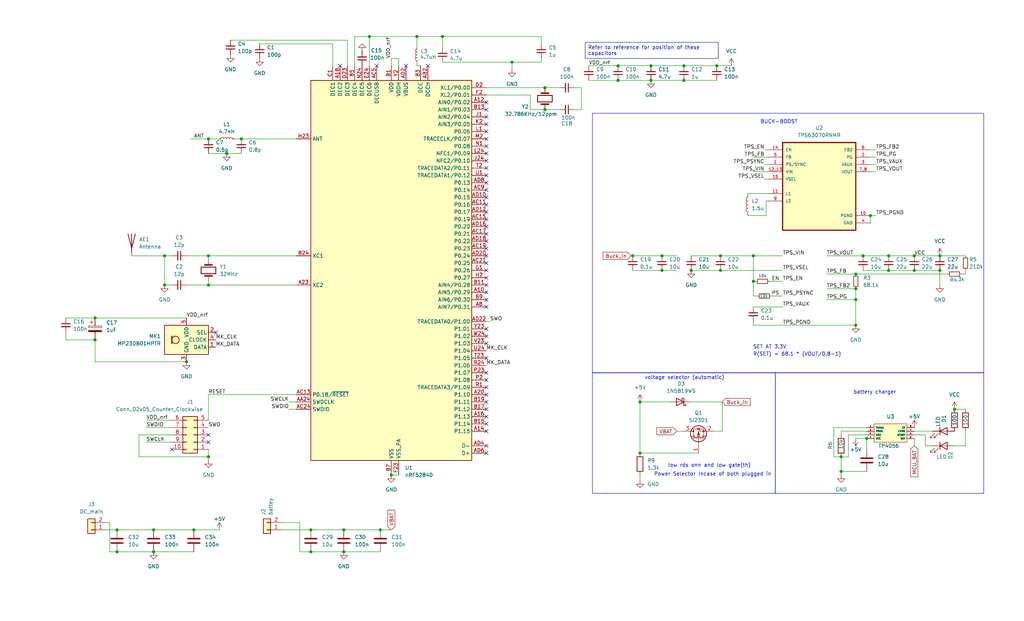
<source format=kicad_sch>
(kicad_sch (version 20231120) (generator "eeschema") (generator_version "8.0")
  (paper "USLegal")
  (lib_symbols
    (symbol "Connector_Generic:Conn_01x02" (pin_names (offset 1.016) hide)
      (property "Reference" "J" (at 0 2.54 0))
      (property "Value" "Conn_01x02" (at 0 -5.08 0))
      (symbol "Conn_01x02_1_1"
        (pin passive line (at -5.08 0 0) (length 3.81) (name "Pin_1") (number "1"))
        (pin passive line (at -5.08 -2.54 0) (length 3.81) (name "Pin_2") (number "2"))
      )
    )
    (symbol "Connector_Generic:Conn_02x05_Counter_Clockwise" (pin_names (offset 1.016) hide)
      (property "Reference" "J" (at 1.27 7.62 0))
      (property "Value" "Conn_02x05_Counter_Clockwise" (at 1.27 -7.62 0))
      (symbol "Conn_02x05_Counter_Clockwise_1_1"
        (pin passive line (at -5.08 5.08 0) (length 3.81) (name "Pin_1") (number "1"))
        (pin passive line (at 7.62 5.08 180) (length 3.81) (name "Pin_10") (number "10"))
        (pin passive line (at -5.08 2.54 0) (length 3.81) (name "Pin_2") (number "2"))
        (pin passive line (at -5.08 0 0) (length 3.81) (name "Pin_3") (number "3"))
        (pin passive line (at -5.08 -2.54 0) (length 3.81) (name "Pin_4") (number "4"))
        (pin passive line (at -5.08 -5.08 0) (length 3.81) (name "Pin_5") (number "5"))
        (pin passive line (at 7.62 -5.08 180) (length 3.81) (name "Pin_6") (number "6"))
        (pin passive line (at 7.62 -2.54 180) (length 3.81) (name "Pin_7") (number "7"))
        (pin passive line (at 7.62 0 180) (length 3.81) (name "Pin_8") (number "8"))
        (pin passive line (at 7.62 2.54 180) (length 3.81) (name "Pin_9") (number "9"))
      )
    )
    (symbol "Custom:TP4056"
      (property "Reference" "U" (at -12.7 -3.81 0))
      (symbol "TP4056_1_1"
        (pin bidirectional line (at -15.24 2.54 0) (length 2.54) (name "Temp1") (number "1"))
        (pin passive line (at -15.24 1.27 0) (length 2.54) (name "PROG") (number "2"))
        (pin passive line (at -15.24 0 0) (length 2.54) (name "GND") (number "3"))
        (pin power_in line (at -15.24 -1.27 0) (length 2.54) (name "VCC") (number "4"))
        (pin bidirectional line (at 1.27 -1.27 180) (length 2.54) (name "BAT") (number "5"))
        (pin output line (at 1.27 0 180) (length 2.54) (name "STDBY") (number "6"))
        (pin output line (at 1.27 1.27 180) (length 2.54) (name "CHRG") (number "7"))
        (pin input line (at 1.27 2.54 180) (length 2.54) (name "CE") (number "8"))
      )
    )
    (symbol "Device:Antenna" (pin_numbers hide) (pin_names (offset 1.016) hide)
      (property "Reference" "AE" (at -1.905 1.905 0))
      (property "Value" "Antenna" (at -1.905 0 0))
      (symbol "Antenna_1_1"
        (pin input line (at 0 -5.08 90) (length 2.54) (name "A") (number "1"))
      )
    )
    (symbol "Device:C" (pin_numbers hide) (pin_names (offset 0.254))
      (property "Reference" "C" (at 0.635 2.54 0))
      (property "Value" "C" (at 0.635 -2.54 0))
      (symbol "C_1_1"
        (pin passive line (at 0 3.81 270) (length 2.794) (name "~") (number "1"))
        (pin passive line (at 0 -3.81 90) (length 2.794) (name "~") (number "2"))
      )
    )
    (symbol "Device:C_Polarized" (pin_numbers hide) (pin_names (offset 0.254))
      (property "Reference" "C" (at 0.635 2.54 0))
      (property "Value" "C_Polarized" (at 0.635 -2.54 0))
      (symbol "C_Polarized_1_1"
        (pin passive line (at 0 3.81 270) (length 2.794) (name "~") (number "1"))
        (pin passive line (at 0 -3.81 90) (length 2.794) (name "~") (number "2"))
      )
    )
    (symbol "Device:C_Small" (pin_numbers hide) (pin_names (offset 0.254) hide)
      (property "Reference" "C" (at 0.254 1.778 0))
      (property "Value" "C_Small" (at 0.254 -2.032 0))
      (symbol "C_Small_1_1"
        (pin passive line (at 0 2.54 270) (length 2.032) (name "~") (number "1"))
        (pin passive line (at 0 -2.54 90) (length 2.032) (name "~") (number "2"))
      )
    )
    (symbol "Device:Crystal" (pin_numbers hide) (pin_names (offset 1.016) hide)
      (property "Reference" "Y" (at 0 3.81 0))
      (property "Value" "Crystal" (at 0 -3.81 0))
      (symbol "Crystal_1_1"
        (pin passive line (at -3.81 0 0) (length 1.27) (name "1") (number "1"))
        (pin passive line (at 3.81 0 180) (length 1.27) (name "2") (number "2"))
      )
    )
    (symbol "Device:L" (pin_numbers hide) (pin_names (offset 1.016) hide)
      (property "Reference" "L" (at -1.27 0 90))
      (property "Value" "L" (at 1.905 0 90))
      (symbol "L_1_1"
        (pin passive line (at 0 3.81 270) (length 1.27) (name "1") (number "1"))
        (pin passive line (at 0 -3.81 90) (length 1.27) (name "2") (number "2"))
      )
    )
    (symbol "Device:LED" (pin_numbers hide) (pin_names (offset 1.016) hide)
      (property "Reference" "D" (at 0 2.54 0))
      (property "Value" "LED" (at 0 -2.54 0))
      (symbol "LED_1_1"
        (pin passive line (at -3.81 0 0) (length 2.54) (name "K") (number "1"))
        (pin passive line (at 3.81 0 180) (length 2.54) (name "A") (number "2"))
      )
    )
    (symbol "Device:L_Small" (pin_numbers hide) (pin_names (offset 0.254) hide)
      (property "Reference" "L" (at 0.762 1.016 0))
      (property "Value" "L_Small" (at 0.762 -1.016 0))
      (symbol "L_Small_1_1"
        (pin passive line (at 0 2.54 270) (length 0.508) (name "~") (number "1"))
        (pin passive line (at 0 -2.54 90) (length 0.508) (name "~") (number "2"))
      )
    )
    (symbol "Device:R" (pin_numbers hide) (pin_names (offset 0))
      (property "Reference" "R" (at 2.032 0 90))
      (property "Value" "R" (at 0 0 90))
      (symbol "R_1_1"
        (pin passive line (at 0 3.81 270) (length 1.27) (name "~") (number "1"))
        (pin passive line (at 0 -3.81 90) (length 1.27) (name "~") (number "2"))
      )
    )
    (symbol "Device:R_Small" (pin_numbers hide) (pin_names (offset 0.254) hide)
      (property "Reference" "R" (at 0.762 0.508 0))
      (property "Value" "R_Small" (at 0.762 -1.016 0))
      (symbol "R_Small_1_1"
        (pin passive line (at 0 2.54 270) (length 0.762) (name "~") (number "1"))
        (pin passive line (at 0 -2.54 90) (length 0.762) (name "~") (number "2"))
      )
    )
    (symbol "Diode:1N5819WS" (pin_numbers hide) (pin_names (offset 1.016) hide)
      (property "Reference" "D" (at 0 2.54 0))
      (property "Value" "1N5819WS" (at 0 -2.54 0))
      (symbol "1N5819WS_1_1"
        (pin passive line (at -3.81 0 0) (length 2.54) (name "K") (number "1"))
        (pin passive line (at 3.81 0 180) (length 2.54) (name "A") (number "2"))
      )
    )
    (symbol "MCU_Nordic:nRF52840"
      (property "Reference" "U" (at 0 5.08 0))
      (property "Value" "nRF52840" (at 0 2.54 0))
      (symbol "nRF52840_1_1"
        (pin bidirectional line (at 33.02 -7.62 180) (length 5.08) (name "AIN5/P0.29") (number "A10"))
        (pin bidirectional line (at 33.02 58.42 180) (length 5.08) (name "AIN0/P0.02") (number "A12"))
        (pin bidirectional line (at 33.02 -55.88 180) (length 5.08) (name "P1.15") (number "A14"))
        (pin bidirectional line (at 33.02 -50.8 180) (length 5.08) (name "P1.13") (number "A16"))
        (pin passive line (at -17.78 71.12 270) (length 5.08) (name "DEC2") (number "A18"))
        (pin bidirectional line (at 33.02 -43.18 180) (length 5.08) (name "P1.10") (number "A20"))
        (pin passive line (at 0 71.12 270) (length 5.08) hide (name "VDD") (number "A22"))
        (pin input line (at -33.02 -5.08 0) (length 5.08) (name "XC2") (number "A23"))
        (pin bidirectional line (at 33.02 -12.7 180) (length 5.08) (name "AIN7/P0.31") (number "A8"))
        (pin input line (at -33.02 -45.72 0) (length 5.08) (name "SWDCLK") (number "AA24"))
        (pin power_out line (at 12.7 71.12 270) (length 5.08) (name "DCCH") (number "AB2"))
        (pin bidirectional line (at 33.02 22.86 180) (length 5.08) (name "P0.16") (number "AC11"))
        (pin bidirectional line (at -33.02 -43.18 0) (length 5.08) (name "P0.18/~{RESET}") (number "AC13"))
        (pin bidirectional line (at 33.02 17.78 180) (length 5.08) (name "P0.19") (number "AC15"))
        (pin bidirectional line (at 33.02 12.7 180) (length 5.08) (name "P0.21") (number "AC17"))
        (pin bidirectional line (at 33.02 7.62 180) (length 5.08) (name "P0.23") (number "AC19"))
        (pin bidirectional line (at 33.02 2.54 180) (length 5.08) (name "P0.25") (number "AC21"))
        (pin bidirectional line (at -33.02 -48.26 0) (length 5.08) (name "SWDIO") (number "AC24"))
        (pin passive line (at -5.08 71.12 270) (length 5.08) (name "DECUSB") (number "AC5"))
        (pin bidirectional line (at 33.02 27.94 180) (length 5.08) (name "P0.14") (number "AC9"))
        (pin bidirectional line (at 33.02 25.4 180) (length 5.08) (name "P0.15") (number "AD10"))
        (pin bidirectional line (at 33.02 20.32 180) (length 5.08) (name "P0.17") (number "AD12"))
        (pin passive line (at 0 71.12 270) (length 5.08) hide (name "VDD") (number "AD14"))
        (pin bidirectional line (at 33.02 15.24 180) (length 5.08) (name "P0.20") (number "AD16"))
        (pin bidirectional line (at 33.02 10.16 180) (length 5.08) (name "P0.22") (number "AD18"))
        (pin power_in line (at 5.08 71.12 270) (length 5.08) (name "VBUS") (number "AD2"))
        (pin bidirectional line (at 33.02 5.08 180) (length 5.08) (name "P0.24") (number "AD20"))
        (pin bidirectional line (at 33.02 -17.78 180) (length 5.08) (name "TRACEDATA0/P1.00") (number "AD22"))
        (pin passive line (at 0 71.12 270) (length 5.08) hide (name "VDD") (number "AD23"))
        (pin bidirectional line (at 33.02 -60.96 180) (length 5.08) (name "D-") (number "AD4"))
        (pin bidirectional line (at 33.02 -63.5 180) (length 5.08) (name "D+") (number "AD6"))
        (pin bidirectional line (at 33.02 30.48 180) (length 5.08) (name "P0.13") (number "AD8"))
        (pin power_in line (at 0 71.12 270) (length 5.08) (name "VDD") (number "B1"))
        (pin bidirectional line (at 33.02 -5.08 180) (length 5.08) (name "AIN4/P0.28") (number "B11"))
        (pin bidirectional line (at 33.02 55.88 180) (length 5.08) (name "AIN1/P0.03") (number "B13"))
        (pin bidirectional line (at 33.02 -53.34 180) (length 5.08) (name "P1.14") (number "B15"))
        (pin bidirectional line (at 33.02 -48.26 180) (length 5.08) (name "P1.12") (number "B17"))
        (pin bidirectional line (at 33.02 -45.72 180) (length 5.08) (name "P1.11") (number "B19"))
        (pin input line (at -33.02 5.08 0) (length 5.08) (name "XC1") (number "B24"))
        (pin power_out line (at 10.16 71.12 270) (length 5.08) (name "DCC") (number "B3"))
        (pin passive line (at -12.7 71.12 270) (length 5.08) (name "DEC4") (number "B5"))
        (pin power_in line (at 0 -71.12 90) (length 5.08) (name "VSS") (number "B7"))
        (pin bidirectional line (at 33.02 -10.16 180) (length 5.08) (name "AIN6/P0.30") (number "B9"))
        (pin passive line (at -20.32 71.12 270) (length 5.08) (name "DEC1") (number "C1"))
        (pin bidirectional line (at 33.02 63.5 180) (length 5.08) (name "XL1/P0.00") (number "D2"))
        (pin passive line (at -15.24 71.12 270) (length 5.08) (name "DEC3") (number "D23"))
        (pin passive line (at -7.62 71.12 270) (length 5.08) (name "DEC6") (number "E24"))
        (pin passive line (at 0 -71.12 90) (length 5.08) hide (name "VSS") (number "EP"))
        (pin bidirectional line (at 33.02 60.96 180) (length 5.08) (name "XL2/P0.01") (number "F2"))
        (pin power_in line (at 2.54 -71.12 90) (length 5.08) (name "VSS_PA") (number "F23"))
        (pin bidirectional line (at 33.02 0 180) (length 5.08) (name "P0.26") (number "G1"))
        (pin bidirectional line (at 33.02 -2.54 180) (length 5.08) (name "P0.27") (number "H2"))
        (pin passive line (at -33.02 45.72 0) (length 5.08) (name "ANT") (number "H23"))
        (pin bidirectional line (at 33.02 53.34 180) (length 5.08) (name "AIN2/P0.04") (number "J1"))
        (pin bidirectional line (at 33.02 38.1 180) (length 5.08) (name "NFC2/P0.10") (number "J24"))
        (pin bidirectional line (at 33.02 50.8 180) (length 5.08) (name "AIN3/P0.05") (number "K2"))
        (pin bidirectional line (at 33.02 48.26 180) (length 5.08) (name "P0.06") (number "L1"))
        (pin bidirectional line (at 33.02 40.64 180) (length 5.08) (name "NFC1/P0.09") (number "L24"))
        (pin bidirectional line (at 33.02 45.72 180) (length 5.08) (name "TRACECLK/P0.07") (number "M2"))
        (pin bidirectional line (at 33.02 43.18 180) (length 5.08) (name "P0.08") (number "N1"))
        (pin passive line (at -10.16 71.12 270) (length 5.08) (name "DEC5") (number "N24"))
        (pin bidirectional line (at 33.02 -38.1 180) (length 5.08) (name "P1.08") (number "P2"))
        (pin bidirectional line (at 33.02 -35.56 180) (length 5.08) (name "P1.07") (number "P23"))
        (pin bidirectional line (at 33.02 -40.64 180) (length 5.08) (name "TRACEDATA3/P1.09") (number "R1"))
        (pin bidirectional line (at 33.02 -33.02 180) (length 5.08) (name "P1.06") (number "R24"))
        (pin bidirectional line (at 33.02 35.56 180) (length 5.08) (name "TRACEDATA2/P0.11") (number "T2"))
        (pin bidirectional line (at 33.02 -30.48 180) (length 5.08) (name "P1.05") (number "T23"))
        (pin bidirectional line (at 33.02 33.02 180) (length 5.08) (name "TRACEDATA1/P0.12") (number "U1"))
        (pin bidirectional line (at 33.02 -27.94 180) (length 5.08) (name "P1.04") (number "U24"))
        (pin bidirectional line (at 33.02 -25.4 180) (length 5.08) (name "P1.03") (number "V23"))
        (pin passive line (at 0 71.12 270) (length 5.08) hide (name "VDD") (number "W1"))
        (pin bidirectional line (at 33.02 -22.86 180) (length 5.08) (name "P1.02") (number "W24"))
        (pin power_in line (at 2.54 71.12 270) (length 5.08) (name "VDDH") (number "Y2"))
        (pin bidirectional line (at 33.02 -20.32 180) (length 5.08) (name "P1.01") (number "Y23"))
      )
    )
    (symbol "Sensor_Audio:SPH0641LU4H-1"
      (property "Reference" "MK" (at 5.08 6.35 0))
      (property "Value" "SPH0641LU4H-1" (at 8.89 -6.35 0))
      (symbol "SPH0641LU4H-1_1_1"
        (pin output line (at 10.16 -2.54 180) (length 2.54) (name "DATA") (number "1"))
        (pin input line (at 10.16 2.54 180) (length 2.54) (name "SEL") (number "2"))
        (pin power_in line (at 0 -7.62 90) (length 2.54) (name "GND") (number "3"))
        (pin input line (at 10.16 0 180) (length 2.54) (name "CLOCK") (number "4"))
        (pin power_in line (at 0 7.62 270) (length 2.54) (name "VDD") (number "5"))
      )
    )
    (symbol "TPS63070RNMR:TPS63070RNMR" (pin_names (offset 1.016))
      (property "Reference" "U" (at -12.7 16.24 0))
      (property "Value" "TPS63070RNMR" (at -12.7 -19.24 0))
      (symbol "TPS63070RNMR_0_0"
        (pin input line (at -17.78 7.62 0) (length 5.08) (name "PS/SYNC") (number "1"))
        (pin power_in line (at 17.78 -10.16 180) (length 5.08) (name "PGND") (number "10"))
        (pin bidirectional line (at -17.78 -2.54 0) (length 5.08) (name "L1") (number "11"))
        (pin input line (at -17.78 5.08 0) (length 5.08) (name "VIN") (number "12_13"))
        (pin input line (at -17.78 12.7 0) (length 5.08) (name "EN") (number "14"))
        (pin input line (at -17.78 2.54 0) (length 5.08) (name "VSEL") (number "15"))
        (pin output line (at 17.78 10.16 180) (length 5.08) (name "PG") (number "2"))
        (pin output line (at 17.78 7.62 180) (length 5.08) (name "VAUX") (number "3"))
        (pin power_in line (at 17.78 -12.7 180) (length 5.08) (name "GND") (number "4"))
        (pin input line (at -17.78 10.16 0) (length 5.08) (name "FB") (number "5"))
        (pin output line (at 17.78 12.7 180) (length 5.08) (name "FB2") (number "6"))
        (pin output line (at 17.78 5.08 180) (length 5.08) (name "VOUT") (number "7_8"))
        (pin bidirectional line (at -17.78 -5.08 0) (length 5.08) (name "L2") (number "9"))
      )
    )
    (symbol "Transistor_FET:Si2319CDS" (pin_names hide)
      (property "Reference" "Q" (at 5.08 1.905 0))
      (property "Value" "Si2319CDS" (at 5.08 0 0))
      (symbol "Si2319CDS_1_1"
        (pin input line (at -5.08 0 0) (length 2.54) (name "G") (number "1"))
        (pin passive line (at 2.54 -5.08 90) (length 2.54) (name "S") (number "2"))
        (pin passive line (at 2.54 5.08 270) (length 2.54) (name "D") (number "3"))
      )
    )
    (symbol "power:+12V" (power) (pin_names (offset 0))
      (property "Value" "+12V" (at 0 3.556 0))
      (symbol "+12V_1_1"
        (pin power_in line (at 0 0 90) (length 0) hide (name "+12V") (number "1"))
      )
    )
    (symbol "power:+5V" (power) (pin_names (offset 0))
      (property "Value" "+5V" (at 0 3.556 0))
      (symbol "+5V_1_1"
        (pin power_in line (at 0 0 90) (length 0) hide (name "+5V") (number "1"))
      )
    )
    (symbol "power:GND" (power) (pin_numbers hide) (pin_names (offset 0) hide)
      (property "Value" "GND" (at 0 -3.81 0))
      (symbol "GND_1_1"
        (pin power_in line (at 0 0 270) (length 0) (name "~") (number "1"))
      )
    )
    (symbol "power:VCC" (power) (pin_names (offset 0))
      (property "Value" "VCC" (at 0 3.81 0))
      (symbol "VCC_1_1"
        (pin power_in line (at 0 0 90) (length 0) hide (name "VCC") (number "1"))
      )
    )
  )
  (junction (at 302.26 74.93))
  (junction (at 119.38 184.15))
  (junction (at 297.18 95.25))
  (junction (at 107.95 191.77))
  (junction (at 229.87 93.98))
  (junction (at 219.71 88.9))
  (junction (at 53.34 184.15))
  (junction (at 297.18 104.14))
  (junction (at 64.77 125.73))
  (junction (at 326.39 93.98))
  (junction (at 144.78 12.7))
  (junction (at 128.27 12.7))
  (junction (at 226.06 22.86))
  (junction (at 83.82 48.26))
  (junction (at 33.02 110.49))
  (junction (at 33.02 118.11))
  (junction (at 261.62 88.9))
  (junction (at 297.18 113.03))
  (junction (at 67.31 184.15))
  (junction (at 40.64 191.77))
  (junction (at 308.61 93.98))
  (junction (at 72.39 88.9))
  (junction (at 248.92 22.86))
  (junction (at 299.72 88.9))
  (junction (at 135.89 165.1))
  (junction (at 331.47 142.24))
  (junction (at 222.25 157.48))
  (junction (at 317.5 88.9))
  (junction (at 308.61 88.9))
  (junction (at 189.23 30.48))
  (junction (at 78.74 53.34))
  (junction (at 214.63 22.86))
  (junction (at 57.15 88.9))
  (junction (at 57.15 99.06))
  (junction (at 72.39 48.26))
  (junction (at 214.63 27.94))
  (junction (at 222.25 139.7))
  (junction (at 250.19 88.9))
  (junction (at 107.95 184.15))
  (junction (at 226.06 27.94))
  (junction (at 72.39 99.06))
  (junction (at 72.39 158.75))
  (junction (at 40.64 184.15))
  (junction (at 250.19 93.98))
  (junction (at 297.18 100.33))
  (junction (at 326.39 88.9))
  (junction (at 300.99 152.4))
  (junction (at 153.67 12.7))
  (junction (at 292.1 158.75))
  (junction (at 240.03 93.98))
  (junction (at 177.8 21.59))
  (junction (at 261.62 97.79))
  (junction (at 237.49 27.94))
  (junction (at 317.5 93.98))
  (junction (at 132.08 184.15))
  (junction (at 53.34 191.77))
  (junction (at 237.49 22.86))
  (junction (at 229.87 88.9))
  (junction (at 292.1 163.83))
  (junction (at 189.23 38.1))
  (junction (at 119.38 191.77))
  (no_connect (at 168.91 43.18))
  (no_connect (at 168.91 119.38))
  (no_connect (at 168.91 129.54))
  (no_connect (at 168.91 157.48))
  (no_connect (at 168.91 35.56))
  (no_connect (at 168.91 99.06))
  (no_connect (at 168.91 93.98))
  (no_connect (at 168.91 91.44))
  (no_connect (at 168.91 40.64))
  (no_connect (at 168.91 147.32))
  (no_connect (at 168.91 96.52))
  (no_connect (at 74.93 115.57))
  (no_connect (at 168.91 58.42))
  (no_connect (at 168.91 88.9))
  (no_connect (at 168.91 114.3))
  (no_connect (at 140.97 22.86))
  (no_connect (at 168.91 81.28))
  (no_connect (at 168.91 144.78))
  (no_connect (at 168.91 38.1))
  (no_connect (at 168.91 83.82))
  (no_connect (at 72.39 153.67))
  (no_connect (at 168.91 63.5))
  (no_connect (at 168.91 124.46))
  (no_connect (at 168.91 76.2))
  (no_connect (at 168.91 139.7))
  (no_connect (at 168.91 68.58))
  (no_connect (at 168.91 66.04))
  (no_connect (at 72.39 151.13))
  (no_connect (at 168.91 50.8))
  (no_connect (at 168.91 116.84))
  (no_connect (at 168.91 106.68))
  (no_connect (at 168.91 53.34))
  (no_connect (at 168.91 78.74))
  (no_connect (at 168.91 149.86))
  (no_connect (at 168.91 154.94))
  (no_connect (at 148.59 22.86))
  (no_connect (at 168.91 101.6))
  (no_connect (at 168.91 86.36))
  (no_connect (at 168.91 71.12))
  (no_connect (at 168.91 142.24))
  (no_connect (at 130.81 22.86))
  (no_connect (at 168.91 134.62))
  (no_connect (at 59.69 156.21))
  (no_connect (at 168.91 132.08))
  (no_connect (at 168.91 104.14))
  (no_connect (at 168.91 55.88))
  (no_connect (at 118.11 22.86))
  (no_connect (at 168.91 45.72))
  (no_connect (at 168.91 137.16))
  (no_connect (at 168.91 73.66))
  (no_connect (at 168.91 48.26))
  (no_connect (at 168.91 60.96))
  (wire (pts (xy 261.62 102.87) (xy 261.62 97.79)))
  (wire (pts (xy 107.95 191.77) (xy 119.38 191.77)))
  (wire (pts (xy 120.65 22.86) (xy 120.65 13.97)))
  (wire (pts (xy 67.31 184.15) (xy 76.2 184.15)))
  (wire (pts (xy 317.5 149.86) (xy 323.85 149.86)))
  (wire (pts (xy 261.62 106.68) (xy 271.78 106.68)))
  (wire (pts (xy 300.99 151.13) (xy 294.64 151.13)))
  (wire (pts (xy 33.02 110.49) (xy 64.77 110.49)))
  (wire (pts (xy 38.1 191.77) (xy 40.64 191.77)))
  (wire (pts (xy 299.72 93.98) (xy 308.61 93.98)))
  (wire (pts (xy 72.39 99.06) (xy 72.39 97.79)))
  (wire (pts (xy 53.34 191.77) (xy 67.31 191.77)))
  (wire (pts (xy 321.31 154.94) (xy 321.31 151.13)))
  (wire (pts (xy 100.33 139.7) (xy 102.87 139.7)))
  (wire (pts (xy 289.56 148.59) (xy 289.56 158.75)))
  (wire (pts (xy 72.39 137.16) (xy 72.39 146.05)))
  (wire (pts (xy 262.89 102.87) (xy 261.62 102.87)))
  (wire (pts (xy 48.26 151.13) (xy 59.69 151.13)))
  (wire (pts (xy 259.715 74.93) (xy 266.065 74.93)))
  (wire (pts (xy 45.72 88.9) (xy 57.15 88.9)))
  (wire (pts (xy 123.19 12.7) (xy 123.19 22.86)))
  (wire (pts (xy 261.62 88.9) (xy 261.62 97.79)))
  (wire (pts (xy 72.39 53.34) (xy 78.74 53.34)))
  (wire (pts (xy 300.99 148.59) (xy 289.56 148.59)))
  (wire (pts (xy 115.57 22.86) (xy 115.57 15.24)))
  (wire (pts (xy 189.23 30.48) (xy 194.31 30.48)))
  (wire (pts (xy 135.89 20.32) (xy 135.89 22.86)))
  (wire (pts (xy 72.39 158.75) (xy 72.39 156.21)))
  (wire (pts (xy 128.27 12.7) (xy 144.78 12.7)))
  (wire (pts (xy 294.64 158.75) (xy 292.1 158.75)))
  (wire (pts (xy 22.86 115.57) (xy 22.86 118.11)))
  (wire (pts (xy 204.47 27.94) (xy 214.63 27.94)))
  (wire (pts (xy 72.39 88.9) (xy 102.87 88.9)))
  (wire (pts (xy 219.71 88.9) (xy 229.87 88.9)))
  (wire (pts (xy 170.18 111.76) (xy 168.91 111.76)))
  (wire (pts (xy 297.18 95.25) (xy 328.93 95.25)))
  (wire (pts (xy 219.075 88.9) (xy 219.71 88.9)))
  (wire (pts (xy 229.87 93.98) (xy 234.95 93.98)))
  (wire (pts (xy 335.28 149.86) (xy 335.28 154.94)))
  (wire (pts (xy 119.38 184.15) (xy 132.08 184.15)))
  (wire (pts (xy 64.77 88.9) (xy 72.39 88.9)))
  (wire (pts (xy 214.63 22.86) (xy 226.06 22.86)))
  (wire (pts (xy 331.47 154.94) (xy 335.28 154.94)))
  (wire (pts (xy 187.96 21.59) (xy 187.96 20.32)))
  (wire (pts (xy 267.97 102.87) (xy 271.78 102.87)))
  (wire (pts (xy 317.5 88.9) (xy 326.39 88.9)))
  (wire (pts (xy 204.47 22.86) (xy 214.63 22.86)))
  (wire (pts (xy 83.82 48.26) (xy 102.87 48.26)))
  (wire (pts (xy 237.49 27.94) (xy 248.92 27.94)))
  (wire (pts (xy 321.31 151.13) (xy 317.5 151.13)))
  (wire (pts (xy 317.5 93.98) (xy 326.39 93.98)))
  (wire (pts (xy 36.83 184.15) (xy 40.64 184.15)))
  (wire (pts (xy 97.79 181.61) (xy 104.14 181.61)))
  (wire (pts (xy 100.33 142.24) (xy 102.87 142.24)))
  (wire (pts (xy 168.91 30.48) (xy 189.23 30.48)))
  (wire (pts (xy 153.67 12.7) (xy 187.96 12.7)))
  (wire (pts (xy 254 22.86) (xy 248.92 22.86)))
  (wire (pts (xy 287.02 95.25) (xy 297.18 95.25)))
  (wire (pts (xy 261.62 59.69) (xy 266.7 59.69)))
  (wire (pts (xy 119.38 191.77) (xy 132.08 191.77)))
  (wire (pts (xy 302.26 74.93) (xy 302.26 77.47)))
  (wire (pts (xy 138.43 20.32) (xy 138.43 22.86)))
  (wire (pts (xy 266.065 74.93) (xy 266.065 69.85)))
  (wire (pts (xy 250.825 139.7) (xy 240.03 139.7)))
  (wire (pts (xy 289.56 158.75) (xy 292.1 158.75)))
  (wire (pts (xy 261.62 113.03) (xy 297.18 113.03)))
  (wire (pts (xy 144.78 22.86) (xy 146.05 22.86)))
  (wire (pts (xy 326.39 99.06) (xy 326.39 93.98)))
  (wire (pts (xy 335.28 95.25) (xy 335.28 93.98)))
  (wire (pts (xy 250.19 93.98) (xy 271.78 93.98)))
  (wire (pts (xy 72.39 160.02) (xy 72.39 158.75)))
  (wire (pts (xy 144.78 12.7) (xy 144.78 16.51)))
  (wire (pts (xy 261.62 54.61) (xy 266.7 54.61)))
  (wire (pts (xy 222.25 139.7) (xy 232.41 139.7)))
  (wire (pts (xy 184.15 33.02) (xy 184.15 38.1)))
  (wire (pts (xy 153.67 16.51) (xy 153.67 12.7)))
  (wire (pts (xy 304.165 59.69) (xy 302.26 59.69)))
  (wire (pts (xy 229.87 88.9) (xy 234.95 88.9)))
  (wire (pts (xy 250.825 139.7) (xy 250.825 149.86)))
  (wire (pts (xy 64.77 99.06) (xy 72.39 99.06)))
  (wire (pts (xy 297.18 152.4) (xy 300.99 152.4)))
  (wire (pts (xy 144.78 21.59) (xy 144.78 22.86)))
  (wire (pts (xy 308.61 88.9) (xy 317.5 88.9)))
  (wire (pts (xy 234.95 149.86) (xy 237.49 149.86)))
  (wire (pts (xy 22.86 118.11) (xy 33.02 118.11)))
  (wire (pts (xy 326.39 88.9) (xy 335.28 88.9)))
  (wire (pts (xy 265.43 52.07) (xy 266.7 52.07)))
  (wire (pts (xy 214.63 27.94) (xy 226.06 27.94)))
  (wire (pts (xy 50.8 148.59) (xy 59.69 148.59)))
  (wire (pts (xy 199.39 30.48) (xy 201.93 30.48)))
  (wire (pts (xy 120.65 13.97) (xy 80.01 13.97)))
  (wire (pts (xy 222.25 157.48) (xy 242.57 157.48)))
  (wire (pts (xy 265.43 62.23) (xy 266.7 62.23)))
  (wire (pts (xy 222.25 139.7) (xy 222.25 157.48)))
  (wire (pts (xy 302.26 74.93) (xy 304.165 74.93)))
  (wire (pts (xy 48.26 158.75) (xy 72.39 158.75)))
  (wire (pts (xy 72.39 90.17) (xy 72.39 88.9)))
  (wire (pts (xy 292.1 165.1) (xy 292.1 163.83)))
  (wire (pts (xy 153.67 21.59) (xy 177.8 21.59)))
  (wire (pts (xy 300.99 152.4) (xy 300.99 156.21)))
  (wire (pts (xy 297.18 104.14) (xy 297.18 113.03)))
  (wire (pts (xy 33.02 125.73) (xy 64.77 125.73)))
  (wire (pts (xy 72.39 48.26) (xy 76.2 48.26)))
  (wire (pts (xy 57.15 88.9) (xy 57.15 99.06)))
  (wire (pts (xy 33.02 118.11) (xy 33.02 125.73)))
  (wire (pts (xy 308.61 93.98) (xy 317.5 93.98)))
  (wire (pts (xy 226.06 22.86) (xy 237.49 22.86)))
  (wire (pts (xy 177.8 21.59) (xy 187.96 21.59)))
  (wire (pts (xy 300.99 149.86) (xy 292.1 149.86)))
  (wire (pts (xy 219.71 93.98) (xy 229.87 93.98)))
  (wire (pts (xy 102.87 137.16) (xy 72.39 137.16)))
  (wire (pts (xy 40.64 184.15) (xy 53.34 184.15)))
  (wire (pts (xy 262.255 97.79) (xy 261.62 97.79)))
  (wire (pts (xy 187.96 12.7) (xy 187.96 15.24)))
  (wire (pts (xy 66.04 48.26) (xy 72.39 48.26)))
  (wire (pts (xy 201.93 38.1) (xy 199.39 38.1)))
  (wire (pts (xy 22.86 110.49) (xy 33.02 110.49)))
  (wire (pts (xy 259.715 67.31) (xy 266.7 67.31)))
  (wire (pts (xy 57.15 99.06) (xy 59.69 99.06)))
  (wire (pts (xy 331.47 142.24) (xy 335.28 142.24)))
  (wire (pts (xy 292.1 163.83) (xy 292.1 158.75)))
  (wire (pts (xy 184.15 38.1) (xy 189.23 38.1)))
  (wire (pts (xy 297.18 104.14) (xy 297.18 100.33)))
  (wire (pts (xy 222.25 165.1) (xy 222.25 167.005)))
  (wire (pts (xy 48.26 151.13) (xy 48.26 158.75)))
  (wire (pts (xy 135.89 184.15) (xy 132.08 184.15)))
  (wire (pts (xy 81.28 48.26) (xy 83.82 48.26)))
  (wire (pts (xy 266.7 57.15) (xy 265.43 57.15)))
  (wire (pts (xy 321.31 154.94) (xy 323.85 154.94)))
  (wire (pts (xy 144.78 12.7) (xy 153.67 12.7)))
  (wire (pts (xy 334.01 95.25) (xy 335.28 95.25)))
  (wire (pts (xy 168.91 33.02) (xy 184.15 33.02)))
  (wire (pts (xy 135.89 165.1) (xy 138.43 165.1)))
  (wire (pts (xy 128.27 12.7) (xy 128.27 22.86)))
  (wire (pts (xy 102.87 99.06) (xy 72.39 99.06)))
  (wire (pts (xy 240.03 93.98) (xy 250.19 93.98)))
  (wire (pts (xy 40.64 191.77) (xy 53.34 191.77)))
  (wire (pts (xy 299.72 88.9) (xy 308.61 88.9)))
  (wire (pts (xy 115.57 15.24) (xy 90.17 15.24)))
  (wire (pts (xy 287.02 104.14) (xy 297.18 104.14)))
  (wire (pts (xy 50.8 153.67) (xy 59.69 153.67)))
  (wire (pts (xy 302.26 52.07) (xy 304.165 52.07)))
  (wire (pts (xy 250.19 88.9) (xy 261.62 88.9)))
  (wire (pts (xy 294.64 151.13) (xy 294.64 158.75)))
  (wire (pts (xy 287.02 100.33) (xy 297.18 100.33)))
  (wire (pts (xy 302.26 54.61) (xy 304.165 54.61)))
  (wire (pts (xy 261.62 111.76) (xy 261.62 113.03)))
  (wire (pts (xy 267.335 97.79) (xy 271.78 97.79)))
  (wire (pts (xy 247.65 149.86) (xy 250.825 149.86)))
  (wire (pts (xy 189.23 38.1) (xy 194.31 38.1)))
  (wire (pts (xy 53.34 184.15) (xy 67.31 184.15)))
  (wire (pts (xy 38.1 181.61) (xy 38.1 191.77)))
  (wire (pts (xy 138.43 20.32) (xy 135.89 20.32)))
  (wire (pts (xy 36.83 181.61) (xy 38.1 181.61)))
  (wire (pts (xy 78.74 53.34) (xy 83.82 53.34)))
  (wire (pts (xy 107.95 184.15) (xy 97.79 184.15)))
  (wire (pts (xy 292.1 149.86) (xy 292.1 151.13)))
  (wire (pts (xy 119.38 184.15) (xy 107.95 184.15)))
  (wire (pts (xy 317.5 154.94) (xy 317.5 152.4)))
  (wire (pts (xy 261.62 88.9) (xy 271.78 88.9)))
  (wire (pts (xy 287.02 88.9) (xy 299.72 88.9)))
  (wire (pts (xy 226.06 27.94) (xy 237.49 27.94)))
  (wire (pts (xy 123.19 12.7) (xy 128.27 12.7)))
  (wire (pts (xy 304.165 57.15) (xy 302.26 57.15)))
  (wire (pts (xy 237.49 22.86) (xy 248.92 22.86)))
  (wire (pts (xy 59.69 88.9) (xy 57.15 88.9)))
  (wire (pts (xy 104.14 181.61) (xy 104.14 191.77)))
  (wire (pts (xy 240.03 88.9) (xy 250.19 88.9)))
  (wire (pts (xy 104.14 191.77) (xy 107.95 191.77)))
  (wire (pts (xy 177.8 24.13) (xy 177.8 21.59)))
  (wire (pts (xy 201.93 30.48) (xy 201.93 38.1)))
  (wire (pts (xy 292.1 163.83) (xy 300.99 163.83)))
  (wire (pts (xy 266.065 69.85) (xy 266.7 69.85)))
  (wire (pts (xy 50.8 146.05) (xy 59.69 146.05)))
  (rectangle (start 205.74 39.37) (end 341.63 129.54))
  (rectangle (start 269.24 129.54) (end 341.63 171.45))
  (rectangle (start 205.74 129.54) (end 269.24 171.45))
  (text_box "Refer to reference for position of these capacitors\n" (at 203.2 14.732 0) (size 46.228 5.588) (effects (font (size 1.27 1.27)) (justify left top)))
  (text "SET AT 3.3V" (at 261.493 121.412 0) (effects (font (size 1.27 1.27)) (justify left bottom)))
  (text "Power Selector Incase of both plugged in" (at 227.076 165.608 0) (effects (font (size 1.27 1.27)) (justify left bottom)))
  (text "battery charger\n" (at 303.784 136.398 0) (effects (font (size 1.27 1.27))))
  (text "BUCK-BOOST\n" (at 270.51 42.418 0) (effects (font (size 1.27 1.27))))
  (text "voltage selector (automatic)\n" (at 237.744 131.318 0) (effects (font (size 1.27 1.27))))
  (text "low rds onn and low gate(th) \n" (at 231.902 162.56 0) (effects (font (size 1.27 1.27)) (justify left bottom)))
  (text "R(SET) = 68.1 * (VOUT/0.8-1) " (at 261.493 123.952 0) (effects (font (size 1.27 1.27)) (justify left bottom)))
  (label "SWDIO" (at 100.33 142.24 180))
  (label "TPS_VOUT" (at 287.02 88.9 0))
  (label "TPS_FB2" (at 287.02 100.33 0))
  (label "RESET" (at 72.39 137.16 0))
  (label "SWCLK" (at 50.8 153.67 0))
  (label "VDD_nrf" (at 204.47 22.86 0))
  (label "TPS_VIN" (at 271.78 88.9 0))
  (label "SWCLK" (at 100.33 139.7 180))
  (label "MK_DATA" (at 74.93 120.65 0))
  (label "TPS_EN" (at 265.43 52.07 180))
  (label "SWO" (at 72.39 148.59 0))
  (label "SWO" (at 170.18 111.76 0))
  (label "TPS_VAUX" (at 271.78 106.68 0))
  (label "VCC" (at 317.5 88.9 0))
  (label "VDD_nrf" (at 64.77 110.49 0))
  (label "TPS_VIN" (at 265.43 59.69 180))
  (label "VDD_nrf" (at 50.8 146.05 0))
  (label "TPS_PG" (at 304.165 54.61 0))
  (label "PS" (at 267.97 102.87 0))
  (label "TPS_FB" (at 287.02 95.25 0))
  (label "EN" (at 267.97 97.79 0))
  (label "ANT" (at 67.31 48.26 0))
  (label "TPS_VSEL" (at 271.78 93.98 0))
  (label "TPS_FB" (at 265.43 54.61 180))
  (label "VDD_nrf" (at 135.89 20.32 90))
  (label "SWDIO" (at 50.8 148.59 0))
  (label "MK_CLK" (at 168.91 121.92 0))
  (label "TPS_PG" (at 287.02 104.14 0))
  (label "TPS_FB2" (at 304.165 52.07 0))
  (label "TPS_PGND" (at 271.78 113.03 0))
  (label "TPS_EN" (at 271.78 97.79 0))
  (label "MK_DATA" (at 168.91 127 0))
  (label "TPS_VOUT" (at 304.165 59.69 0))
  (label "TPS_VAUX" (at 304.165 57.15 0))
  (label "TPS_PSYNC" (at 265.43 57.15 180))
  (label "TPS_PSYNC" (at 271.78 102.87 0))
  (label "TPS_VSEL" (at 265.43 62.23 180))
  (label "MK_CLK" (at 74.93 118.11 0))
  (label "TPS_PGND" (at 304.165 74.93 0))
  (global_label "MCU_BAT" (shape input) (at 317.5 154.94 270) (property "Intersheetrefs" "${INTERSHEET_REFS}" (effects (hide yes))))
  (global_label "Buck_In" (shape input) (at 250.825 139.7 0) (property "Intersheetrefs" "${INTERSHEET_REFS}" (effects (hide yes))))
  (global_label "Buck_In" (shape input) (at 219.075 88.9 180) (property "Intersheetrefs" "${INTERSHEET_REFS}" (effects (hide yes))))
  (global_label "VBAT" (shape input) (at 135.89 184.15 90) (property "Intersheetrefs" "${INTERSHEET_REFS}" (effects (hide yes))))
  (global_label "VBAT" (shape input) (at 234.95 149.86 180) (property "Intersheetrefs" "${INTERSHEET_REFS}" (effects (hide yes))))
  (symbol (lib_id "Device:R") (at 335.28 146.05 180) (unit 1)
    (property "Reference" "R8" (effects (hide yes)))
    (property "Value" "100" (at 335.28 146.05 90))
    (property "Footprint" "Resistor_SMD:R_0805_2012Metric" (effects (hide yes)))
  )
  (symbol (lib_id "power:GND") (at 240.03 93.98 0) (unit 1)
    (property "Reference" "#PWR011" (effects (hide yes)))
    (property "Value" "GND" (at 240.03 99.06 0))
  )
  (symbol (lib_id "Device:Crystal") (at 72.39 93.98 90) (unit 1)
    (property "Reference" "Y1" (at 76.2 92.7099 90) (effects (justify right)))
    (property "Value" "32MHz" (at 76.2 95.2499 90) (effects (justify right)))
    (property "Description" "Two pin crystal" (effects (hide yes)))
  )
  (symbol (lib_id "power:+5V") (at 317.5 148.59 0) (unit 1)
    (property "Reference" "#PWR018" (effects (hide yes)))
    (property "Value" "+5V" (at 317.5 144.78 0))
  )
  (symbol (lib_id "power:+5V") (at 76.2 184.15 0) (unit 1)
    (property "Reference" "#PWR021" (effects (hide yes)))
    (property "Value" "+5V" (at 76.2 180.34 0))
  )
  (symbol (lib_id "Device:LED") (at 327.66 149.86 0) (unit 1)
    (property "Reference" "D1" (at 327.787 144.145 90) (effects (justify right)))
    (property "Value" "LED" (at 325.755 144.653 90) (effects (justify right)))
    (property "Footprint" "LED_SMD:LED_0805_2012Metric" (effects (hide yes)))
  )
  (symbol (lib_id "Device:C_Small") (at 153.67 19.05 180) (unit 1)
    (property "Reference" "C14" (at 156.21 17.7735 0) (effects (justify right)))
    (property "Value" "4.7u" (at 156.21 20.3135 0) (effects (justify right)))
    (property "Description" "Unpolarized capacitor, small symbol" (effects (hide yes)))
  )
  (symbol (lib_id "TPS63070RNMR:TPS63070RNMR") (at 284.48 64.77 0) (unit 1)
    (property "Reference" "U2" (at 284.48 44.45 0))
    (property "Value" "TPS63070RNMR" (at 284.48 46.99 0))
    (property "Footprint" "TPS63070RNMR:VREG_TPS63070RNMR" (effects (hide yes)))
    (property "Description" "\nWide input voltage (2V-16V) buck-boost converter\n" (effects (hide yes)))
    (property "MF" "Texas Instruments" (effects (hide yes)))
    (property "Package" "VQFN-HR-15 Texas Instruments" (effects (hide yes)))
    (property "Price" "None" (effects (hide yes)))
    (property "SnapEDA_Link" "https://www.snapeda.com/parts/TPS63070RNMR/Texas+Instruments/view-part/?ref=snap" (effects (hide yes)))
    (property "MP" "TPS63070RNMR" (effects (hide yes)))
    (property "Purchase-URL" "https://www.snapeda.com/api/url_track_click_mouser/?unipart_id=583017&manufacturer=Texas Instruments&part_name=TPS63070RNMR&search_term=None" (effects (hide yes)))
    (property "Availability" "In Stock" (effects (hide yes)))
    (property "Check_prices" "https://www.snapeda.com/parts/TPS63070RNMR/Texas+Instruments/view-part/?ref=eda" (effects (hide yes)))
  )
  (symbol (lib_id "Device:R") (at 331.47 146.05 0) (unit 1)
    (property "Reference" "R7" (effects (hide yes)))
    (property "Value" "100" (at 331.47 146.05 90))
    (property "Footprint" "Resistor_SMD:R_0805_2012Metric" (effects (hide yes)))
  )
  (symbol (lib_id "Device:R_Small") (at 264.795 97.79 90) (unit 1)
    (property "Reference" "R1" (effects (hide yes)))
    (property "Value" "10k" (at 264.795 95.885 90) (effects (font (size 1 1))))
    (property "Footprint" "Resistor_SMD:R_0805_2012Metric" (effects (hide yes)))
  )
  (symbol (lib_id "Device:C_Small") (at 261.62 109.22 0) (unit 1)
    (property "Reference" "C23" (at 264.16 107.9563 0) (effects (justify left)))
    (property "Value" "0.1u" (at 264.16 110.4963 0) (effects (justify left)))
    (property "Footprint" "Capacitor_SMD:C_0805_2012Metric" (effects (hide yes)))
  )
  (symbol (lib_id "Transistor_FET:Si2319CDS") (at 242.57 152.4 90) (unit 1)
    (property "Reference" "Q1" (at 242.57 143.51 90))
    (property "Value" "SI2301" (at 242.57 146.05 90))
    (property "Footprint" "Package_TO_SOT_SMD:SOT-23" (effects (hide yes)))
    (property "Datasheet" "http://www.vishay.com/docs/66709/si2319cd.pdf" (effects (hide yes)))
  )
  (symbol (lib_id "Device:C_Small") (at 22.86 113.03 0) (unit 1)
    (property "Reference" "C16" (at 25.4 111.7662 0) (effects (justify left)))
    (property "Value" "100n" (at 25.4 114.3062 0) (effects (justify left)))
    (property "Description" "Unpolarized capacitor, small symbol" (effects (hide yes)))
  )
  (symbol (lib_id "Device:C_Small") (at 62.23 88.9 270) (unit 1)
    (property "Reference" "C3" (at 62.2236 82.55 90))
    (property "Value" "12p" (at 62.2236 85.09 90))
    (property "Description" "Unpolarized capacitor, small symbol" (effects (hide yes)))
  )
  (symbol (lib_id "power:+5V") (at 297.18 152.4 180) (unit 1)
    (property "Reference" "#PWR017" (effects (hide yes)))
    (property "Value" "+5V" (at 297.18 156.21 0))
  )
  (symbol (lib_id "Device:C") (at 107.95 187.96 0) (unit 1)
    (property "Reference" "C29" (at 111.76 186.69 0) (effects (justify left)))
    (property "Value" "10u" (at 111.76 189.23 0) (effects (justify left)))
    (property "Footprint" "Capacitor_SMD:C_0805_2012Metric" (effects (hide yes)))
  )
  (symbol (lib_id "Device:C_Small") (at 90.17 17.78 180) (unit 1)
    (property "Reference" "C1" (at 92.71 16.5035 0) (effects (justify right)))
    (property "Value" "100p" (at 92.71 19.0435 0) (effects (justify right)))
    (property "Description" "Unpolarized capacitor, small symbol" (effects (hide yes)))
  )
  (symbol (lib_id "power:GND") (at 64.77 125.73 0) (unit 1)
    (property "Reference" "#PWR09" (effects (hide yes)))
    (property "Value" "GND" (at 64.77 130.81 0))
    (property "Description" "Power symbol creates a global label with name \"GND\" , ground" (effects (hide yes)))
  )
  (symbol (lib_id "Device:L_Small") (at 78.74 48.26 90) (unit 1)
    (property "Reference" "L1" (at 78.74 43.18 90))
    (property "Value" "4.7nH" (at 78.74 45.72 90))
    (property "Description" "Inductor, small symbol" (effects (hide yes)))
  )
  (symbol (lib_id "Device:R") (at 222.25 161.29 0) (unit 1)
    (property "Reference" "R9" (at 224.79 160.02 0) (effects (justify left)))
    (property "Value" "1.3k" (at 224.79 162.56 0) (effects (justify left)))
    (property "Footprint" "Resistor_SMD:R_0805_2012Metric" (effects (hide yes)))
  )
  (symbol (lib_id "Device:C_Small") (at 196.85 30.48 270) (unit 1)
    (property "Reference" "C8" (at 196.8436 24.13 90))
    (property "Value" "100n" (at 196.8436 26.67 90))
    (property "Description" "Unpolarized capacitor, small symbol" (effects (hide yes)))
  )
  (symbol (lib_id "Device:C") (at 40.64 187.96 0) (unit 1)
    (property "Reference" "C32" (at 44.45 186.69 0) (effects (justify left)))
    (property "Value" "10u" (at 44.45 189.23 0) (effects (justify left)))
    (property "Footprint" "Capacitor_SMD:C_0805_2012Metric" (effects (hide yes)))
  )
  (symbol (lib_id "power:GND") (at 78.74 53.34 0) (unit 1)
    (property "Reference" "#PWR05" (effects (hide yes)))
    (property "Value" "GND" (at 78.74 58.42 0))
    (property "Description" "Power symbol creates a global label with name \"GND\" , ground" (effects (hide yes)))
  )
  (symbol (lib_id "Device:C_Small") (at 237.49 25.4 180) (unit 1)
    (property "Reference" "C12" (at 240.03 24.1235 0) (effects (justify right)))
    (property "Value" "1u" (at 240.03 26.6635 0) (effects (justify right)))
    (property "Description" "Unpolarized capacitor, small symbol" (effects (hide yes)))
  )
  (symbol (lib_id "Device:C") (at 119.38 187.96 0) (unit 1)
    (property "Reference" "C30" (at 123.19 186.6899 0) (effects (justify left)))
    (property "Value" "100n" (at 123.19 189.2299 0) (effects (justify left)))
    (property "Footprint" "Capacitor_SMD:C_0805_2012Metric" (effects (hide yes)))
  )
  (symbol (lib_id "Device:Crystal") (at 189.23 34.29 90) (unit 1)
    (property "Reference" "Y2" (at 181.102 37.084 90) (effects (justify right)))
    (property "Value" "32.786KHz/12ppm" (at 175.26 39.624 90) (effects (justify right)))
    (property "Description" "Two pin crystal" (effects (hide yes)))
  )
  (symbol (lib_id "power:GND") (at 53.34 191.77 0) (unit 1)
    (property "Reference" "#PWR022" (effects (hide yes)))
    (property "Value" "GND" (at 53.34 196.85 0))
    (property "Description" "Power symbol creates a global label with name \"GND\" , ground" (effects (hide yes)))
  )
  (symbol (lib_id "Connector_Generic:Conn_01x02") (at 92.71 184.15 180) (unit 1)
    (property "Reference" "J2" (at 91.4399 179.07 90) (effects (justify right)))
    (property "Value" "battey" (at 93.9799 179.07 90) (effects (justify right)))
    (property "Description" "Generic connector, single row, 01x02, script generated (kicad-library-utils/schlib/autogen/connector/)" (effects (hide yes)))
  )
  (symbol (lib_id "Device:C") (at 53.34 187.96 0) (unit 1)
    (property "Reference" "C33" (at 57.15 186.6899 0) (effects (justify left)))
    (property "Value" "100n" (at 57.15 189.2299 0) (effects (justify left)))
    (property "Footprint" "Capacitor_SMD:C_0805_2012Metric" (effects (hide yes)))
  )
  (symbol (lib_id "Device:Antenna") (at 45.72 83.82 0) (unit 1)
    (property "Reference" "AE1" (at 48.26 83.1849 0) (effects (justify left)))
    (property "Value" "Antenna" (at 48.26 85.7249 0) (effects (justify left)))
    (property "Description" "Antenna" (effects (hide yes)))
  )
  (symbol (lib_id "Device:C_Small") (at 317.5 91.44 0) (unit 1)
    (property "Reference" "C26" (at 320.04 90.1763 0) (effects (justify left)))
    (property "Value" "22u" (at 320.04 92.7163 0) (effects (justify left)))
    (property "Footprint" "Resistor_SMD:R_0805_2012Metric" (effects (hide yes)))
  )
  (symbol (lib_id "MCU_Nordic:nRF52840") (at 135.89 93.98 0) (unit 1)
    (property "Reference" "U1" (at 140.6241 162.56 0) (effects (justify left)))
    (property "Value" "nRF52840" (at 140.6241 165.1 0) (effects (justify left)))
    (property "Footprint" "Package_DFN_QFN:Nordic_AQFN-73-1EP_7x7mm_P0.5mm" (effects (hide yes)))
    (property "Datasheet" "http://infocenter.nordicsemi.com/topic/com.nordic.infocenter.nrf52/dita/nrf52/chips/nrf52840.html" (effects (hide yes)))
    (property "Description" "Multiprotocol BLE/ANT/2.4 GHz/802.15.4 Cortex-M4F SoC, AQFN-73" (effects (hide yes)))
  )
  (symbol (lib_id "Device:C_Small") (at 62.23 99.06 270) (unit 1)
    (property "Reference" "C2" (at 62.2236 92.71 90))
    (property "Value" "12p" (at 62.2236 95.25 90))
    (property "Description" "Unpolarized capacitor, small symbol" (effects (hide yes)))
  )
  (symbol (lib_id "power:GND") (at 222.25 167.005 0) (unit 1)
    (property "Reference" "#PWR024" (effects (hide yes)))
    (property "Value" "GND" (at 224.79 168.275 0) (effects (justify left)))
  )
  (symbol (lib_id "Device:C_Small") (at 80.01 16.51 180) (unit 1)
    (property "Reference" "C4" (at 82.55 15.2335 0) (effects (justify right)))
    (property "Value" "100p" (at 82.55 17.7735 0) (effects (justify right)))
    (property "Description" "Unpolarized capacitor, small symbol" (effects (hide yes)))
  )
  (symbol (lib_id "power:GND") (at 326.39 99.06 0) (unit 1)
    (property "Reference" "#PWR014" (effects (hide yes)))
    (property "Value" "GND" (at 326.39 104.14 0))
  )
  (symbol (lib_id "Device:C_Small") (at 83.82 50.8 180) (unit 1)
    (property "Reference" "C6" (at 86.36 49.5235 0) (effects (justify right)))
    (property "Value" "0.8p" (at 86.36 52.0635 0) (effects (justify right)))
    (property "Description" "Unpolarized capacitor, small symbol" (effects (hide yes)))
  )
  (symbol (lib_id "power:GND") (at 292.1 165.1 0) (unit 1)
    (property "Reference" "#PWR016" (effects (hide yes)))
    (property "Value" "GND" (at 292.1 170.18 0))
  )
  (symbol (lib_id "Device:LED") (at 327.66 154.94 0) (unit 1)
    (property "Reference" "D2" (at 330.073 159.639 90) (effects (justify left)))
    (property "Value" "LED" (at 325.12 158.75 0) (effects (justify left)))
    (property "Footprint" "LED_SMD:LED_0805_2012Metric" (effects (hide yes)))
  )
  (symbol (lib_id "Diode:1N5819WS") (at 236.22 139.7 180) (unit 1)
    (property "Reference" "D3" (at 236.5375 133.35 0))
    (property "Value" "1N5819WS" (at 236.5375 135.89 0))
    (property "Footprint" "Diode_SMD:D_SOD-323F" (effects (hide yes)))
    (property "Datasheet" "https://datasheet.lcsc.com/lcsc/2204281430_Guangdong-Hottech-1N5819WS_C191023.pdf" (effects (hide yes)))
  )
  (symbol (lib_id "power:+12V") (at 222.25 139.7 0) (unit 1)
    (property "Reference" "#PWR023" (effects (hide yes)))
    (property "Value" "+5V" (at 222.25 134.62 0))
  )
  (symbol (lib_id "Device:C_Small") (at 250.19 91.44 0) (unit 1)
    (property "Reference" "C22" (at 252.73 90.1763 0) (effects (justify left)))
    (property "Value" "10u" (at 252.73 92.7163 0) (effects (justify left)))
    (property "Footprint" "Capacitor_SMD:C_0805_2012Metric" (effects (hide yes)))
  )
  (symbol (lib_id "Device:C_Polarized") (at 33.02 114.3 0) (unit 1)
    (property "Reference" "C17" (at 36.83 112.1409 0) (effects (justify left)))
    (property "Value" "1uF" (at 36.83 114.6809 0) (effects (justify left)))
    (property "Description" "Polarized capacitor" (effects (hide yes)))
  )
  (symbol (lib_id "Custom:TP4056") (at 316.23 151.13 0) (unit 1)
    (property "Reference" "U3" (at 309.245 144.78 0))
    (property "Value" "TP4056" (at 308.61 154.94 0))
    (property "Footprint" "TP4056:SOP127P600X175-9N" (effects (hide yes)))
  )
  (symbol (lib_id "Device:C_Small") (at 240.03 91.44 0) (unit 1)
    (property "Reference" "C21" (at 242.57 90.1763 0) (effects (justify left)))
    (property "Value" "10u" (at 242.57 92.7163 0) (effects (justify left)))
    (property "Footprint" "Capacitor_SMD:C_0805_2012Metric" (effects (hide yes)))
  )
  (symbol (lib_id "Device:L") (at 259.715 71.12 180) (unit 1)
    (property "Reference" "L2" (at 260.985 69.85 0) (effects (justify right)))
    (property "Value" "1.5u" (at 260.985 72.39 0) (effects (justify right)))
    (property "Footprint" "Inductor_SMD:L_Murata_LQH2MCNxxxx02_2.0x1.6mm" (effects (hide yes)))
  )
  (symbol (lib_id "Device:C_Small") (at 308.61 91.44 0) (unit 1)
    (property "Reference" "C25" (at 311.15 90.1763 0) (effects (justify left)))
    (property "Value" "22u" (at 311.15 92.7163 0) (effects (justify left)))
    (property "Footprint" "Resistor_SMD:R_0805_2012Metric" (effects (hide yes)))
  )
  (symbol (lib_id "Device:C_Small") (at 326.39 91.44 0) (unit 1)
    (property "Reference" "C27" (at 328.93 90.1763 0) (effects (justify left)))
    (property "Value" "22u" (at 328.93 92.7163 0) (effects (justify left)))
    (property "Footprint" "Resistor_SMD:R_0805_2012Metric" (effects (hide yes)))
  )
  (symbol (lib_id "Device:C_Small") (at 229.87 91.44 0) (unit 1)
    (property "Reference" "C20" (at 232.41 90.1763 0) (effects (justify left)))
    (property "Value" "10u" (at 232.41 92.7163 0) (effects (justify left)))
    (property "Footprint" "Capacitor_SMD:C_0805_2012Metric" (effects (hide yes)))
  )
  (symbol (lib_id "Device:C") (at 67.31 187.96 0) (unit 1)
    (property "Reference" "C34" (at 71.12 186.6899 0) (effects (justify left)))
    (property "Value" "100n" (at 71.12 189.2299 0) (effects (justify left)))
    (property "Footprint" "Capacitor_SMD:C_0805_2012Metric" (effects (hide yes)))
  )
  (symbol (lib_id "power:GND") (at 177.8 24.13 0) (unit 1)
    (property "Reference" "#PWR01" (effects (hide yes)))
    (property "Value" "GND" (at 177.8 29.21 0))
    (property "Description" "Power symbol creates a global label with name \"GND\" , ground" (effects (hide yes)))
  )
  (symbol (lib_id "power:VCC") (at 331.47 142.24 0) (unit 1)
    (property "Reference" "#PWR019" (effects (hide yes)))
    (property "Value" "VCC" (at 331.47 137.16 0))
  )
  (symbol (lib_id "power:GND") (at 135.89 165.1 0) (unit 1)
    (property "Reference" "#PWR04" (effects (hide yes)))
    (property "Value" "GND" (at 135.89 170.18 0))
    (property "Description" "Power symbol creates a global label with name \"GND\" , ground" (effects (hide yes)))
  )
  (symbol (lib_id "Device:R_Small") (at 265.43 102.87 90) (unit 1)
    (property "Reference" "R2" (effects (hide yes)))
    (property "Value" "10k" (at 266.7 102.87 90) (effects (font (size 1 1)) (justify left)))
    (property "Footprint" "Resistor_SMD:R_0805_2012Metric" (effects (hide yes)))
  )
  (symbol (lib_id "power:VCC") (at 254 22.86 0) (unit 1)
    (property "Reference" "#PWR015" (effects (hide yes)))
    (property "Value" "VCC" (at 254 17.78 0))
  )
  (symbol (lib_id "power:GND") (at 80.01 19.05 0) (unit 1)
    (property "Reference" "#PWR03" (effects (hide yes)))
    (property "Value" "GND" (at 80.01 24.13 0))
    (property "Description" "Power symbol creates a global label with name \"GND\" , ground" (effects (hide yes)))
  )
  (symbol (lib_id "Device:C") (at 300.99 160.02 0) (unit 1)
    (property "Reference" "C28" (at 304.8 158.75 0) (effects (justify left)))
    (property "Value" "10u" (at 304.8 161.29 0) (effects (justify left)))
    (property "Footprint" "Capacitor_SMD:C_0805_2012Metric" (effects (hide yes)))
  )
  (symbol (lib_id "Device:C_Small") (at 196.85 38.1 270) (unit 1)
    (property "Reference" "C18" (at 196.85 42.926 90))
    (property "Value" "100n" (at 197.358 40.894 90))
    (property "Description" "Unpolarized capacitor, small symbol" (effects (hide yes)))
  )
  (symbol (lib_id "power:GND") (at 297.18 113.03 0) (unit 1)
    (property "Reference" "#PWR012" (effects (hide yes)))
    (property "Value" "GND" (at 297.18 118.11 0))
  )
  (symbol (lib_id "Sensor_Audio:SPH0641LU4H-1") (at 64.77 118.11 0) (unit 1)
    (property "Reference" "MK1" (at 55.88 116.8399 0) (effects (justify right)))
    (property "Value" "MP23DB01HPTR" (at 55.88 119.3799 0) (effects (justify right)))
    (property "Footprint" "Sensor_Audio:ST_HLGA-6_3.76x4.72mm_P1.65mm" (effects (hide yes)))
    (property "Datasheet" "https://wmsc.lcsc.com/wmsc/upload/file/pdf/v2/lcsc/2211080630_STMicroelectronics-MP23DB01HPTR_C3171836.pdf" (effects (hide yes)))
    (property "Description" "Digital MEMS Microphone, LGA-5" (effects (hide yes)))
    (property "JLCPCB Part #" "C3171836" (effects (hide yes)))
  )
  (symbol (lib_id "power:GND") (at 226.06 27.94 0) (unit 1)
    (property "Reference" "#PWR06" (effects (hide yes)))
    (property "Value" "GND" (at 226.06 33.02 0))
    (property "Description" "Power symbol creates a global label with name \"GND\" , ground" (effects (hide yes)))
  )
  (symbol (lib_id "Device:R_Small") (at 335.28 91.44 0) (unit 1)
    (property "Reference" "R5" (at 336.55 90.17 0) (effects (justify left)))
    (property "Value" "210k" (at 336.55 92.71 0) (effects (justify left)))
    (property "Footprint" "Resistor_SMD:R_0805_2012Metric" (effects (hide yes)))
  )
  (symbol (lib_id "Connector_Generic:Conn_02x05_Counter_Clockwise") (at 67.31 151.13 180) (unit 1)
    (property "Reference" "J1" (at 66.04 139.7 0))
    (property "Value" "Conn_02x05_Counter_Clockwise" (at 55.372 142.24 0))
    (property "Description" "Generic connector, double row, 02x05, counter clockwise pin numbering scheme (similar to DIP package numbering), script generated (kicad-library-utils/schlib/autogen/connector/)" (effects (hide yes)))
  )
  (symbol (lib_id "power:GND") (at 72.39 160.02 0) (unit 1)
    (property "Reference" "#PWR08" (effects (hide yes)))
    (property "Value" "GND" (at 72.39 165.1 0))
    (property "Description" "Power symbol creates a global label with name \"GND\" , ground" (effects (hide yes)))
  )
  (symbol (lib_id "Device:R") (at 292.1 154.94 0) (unit 1)
    (property "Reference" "R6" (at 288.29 156.21 90) (effects (justify left)))
    (property "Value" "10k" (at 292.1 156.21 90) (effects (justify left)))
    (property "Footprint" "Resistor_SMD:R_0805_2012Metric" (effects (hide yes)))
  )
  (symbol (lib_id "Device:C_Small") (at 226.06 25.4 180) (unit 1)
    (property "Reference" "C11" (at 228.6 24.1235 0) (effects (justify right)))
    (property "Value" "4.7u" (at 228.6 26.6635 0) (effects (justify right)))
    (property "Description" "Unpolarized capacitor, small symbol" (effects (hide yes)))
  )
  (symbol (lib_id "Device:C_Small") (at 204.47 25.4 180) (unit 1)
    (property "Reference" "C9" (at 207.01 24.1235 0) (effects (justify right)))
    (property "Value" "100n" (at 207.01 26.6635 0) (effects (justify right)))
    (property "Description" "Unpolarized capacitor, small symbol" (effects (hide yes)))
  )
  (symbol (lib_id "Device:C_Small") (at 72.39 50.8 180) (unit 1)
    (property "Reference" "C7" (at 74.93 49.5235 0) (effects (justify right)))
    (property "Value" "0.5p" (at 74.93 52.0635 0) (effects (justify right)))
    (property "Description" "Unpolarized capacitor, small symbol" (effects (hide yes)))
  )
  (symbol (lib_id "power:GND") (at 57.15 99.06 0) (unit 1)
    (property "Reference" "#PWR02" (effects (hide yes)))
    (property "Value" "GND" (at 57.15 104.14 0))
    (property "Description" "Power symbol creates a global label with name \"GND\" , ground" (effects (hide yes)))
  )
  (symbol (lib_id "Device:C_Small") (at 187.96 17.78 180) (unit 1)
    (property "Reference" "C5" (at 190.5 16.5035 0) (effects (justify right)))
    (property "Value" "1u" (at 190.5 19.0435 0) (effects (justify right)))
    (property "Description" "Unpolarized capacitor, small symbol" (effects (hide yes)))
  )
  (symbol (lib_id "Device:L_Small") (at 144.78 19.05 180) (unit 1)
    (property "Reference" "L3" (at 146.05 17.7799 0) (effects (justify right)))
    (property "Value" "4.7uH" (at 145.796 19.812 0) (effects (justify right)))
    (property "Description" "Inductor, small symbol" (effects (hide yes)))
  )
  (symbol (lib_id "Device:C_Small") (at 219.71 91.44 0) (unit 1)
    (property "Reference" "C19" (at 222.25 90.1763 0) (effects (justify left)))
    (property "Value" "0.1u" (at 222.25 92.7163 0) (effects (justify left)))
    (property "Footprint" "Capacitor_SMD:C_0805_2012Metric" (effects (hide yes)))
  )
  (symbol (lib_id "power:GND") (at 125.73 17.78 180) (unit 1)
    (property "Reference" "#PWR010" (effects (hide yes)))
    (property "Value" "GND" (effects (hide yes)))
    (property "Description" "Power symbol creates a global label with name \"GND\" , ground" (effects (hide yes)))
  )
  (symbol (lib_id "power:GND") (at 90.17 20.32 0) (unit 1)
    (property "Reference" "#PWR07" (effects (hide yes)))
    (property "Value" "GND" (at 90.17 25.4 0))
    (property "Description" "Power symbol creates a global label with name \"GND\" , ground" (effects (hide yes)))
  )
  (symbol (lib_id "Device:R_Small") (at 297.18 97.79 0) (unit 1)
    (property "Reference" "R3" (at 299.72 96.52 0) (effects (justify left)))
    (property "Value" "68.1k" (at 299.72 99.06 0) (effects (justify left)))
    (property "Footprint" "Resistor_SMD:R_0805_2012Metric" (effects (hide yes)))
  )
  (symbol (lib_id "Connector_Generic:Conn_01x02") (at 31.75 184.15 180) (unit 1)
    (property "Reference" "J3" (at 31.75 175.26 0))
    (property "Value" "DC_main" (at 31.75 177.8 0))
    (property "Description" "Generic connector, single row, 01x02, script generated (kicad-library-utils/schlib/autogen/connector/)" (effects (hide yes)))
  )
  (symbol (lib_id "power:VCC") (at 326.39 88.9 0) (unit 1)
    (property "Reference" "#PWR013" (effects (hide yes)))
    (property "Value" "VCC" (at 326.39 83.82 0))
  )
  (symbol (lib_id "power:GND") (at 119.38 191.77 0) (unit 1)
    (property "Reference" "#PWR020" (effects (hide yes)))
    (property "Value" "GND" (at 119.38 196.85 0))
    (property "Description" "Power symbol creates a global label with name \"GND\" , ground" (effects (hide yes)))
  )
  (symbol (lib_id "Device:R_Small") (at 331.47 95.25 90) (unit 1)
    (property "Reference" "R4" (at 332.486 97.282 90) (effects (justify left)))
    (property "Value" "3k" (at 335.026 97.028 90) (effects (justify left)))
    (property "Footprint" "Resistor_SMD:R_0805_2012Metric" (effects (hide yes)))
  )
  (symbol (lib_id "Device:C") (at 132.08 187.96 0) (unit 1)
    (property "Reference" "C31" (at 135.89 186.6899 0) (effects (justify left)))
    (property "Value" "100n" (at 135.89 189.2299 0) (effects (justify left)))
    (property "Footprint" "Capacitor_SMD:C_0805_2012Metric" (effects (hide yes)))
  )
  (symbol (lib_id "Device:C_Small") (at 125.73 20.32 180) (unit 1)
    (property "Reference" "C15" (at 128.778 17.526 0) (effects (justify right)))
    (property "Value" "100n" (at 128.524 20.066 0) (effects (justify right)))
    (property "Description" "Unpolarized capacitor, small symbol" (effects (hide yes)))
  )
  (symbol (lib_id "Device:C_Small") (at 214.63 25.4 180) (unit 1)
    (property "Reference" "C10" (at 217.17 24.1235 0) (effects (justify right)))
    (property "Value" "100n" (at 217.17 26.6635 0) (effects (justify right)))
    (property "Description" "Unpolarized capacitor, small symbol" (effects (hide yes)))
  )
  (symbol (lib_id "Device:C_Small") (at 299.72 91.44 0) (unit 1)
    (property "Reference" "C24" (at 302.26 90.1763 0) (effects (justify left)))
    (property "Value" "10u" (at 302.26 92.7163 0) (effects (justify left)))
    (property "Footprint" "Resistor_SMD:R_0805_2012Metric" (effects (hide yes)))
  )
  (symbol (lib_id "Device:C_Small") (at 248.92 25.4 180) (unit 1)
    (property "Reference" "C13" (at 251.46 24.1235 0) (effects (justify right)))
    (property "Value" "100n" (at 251.46 26.6635 0) (effects (justify right)))
    (property "Description" "Unpolarized capacitor, small symbol" (effects (hide yes)))
  )
)
</source>
